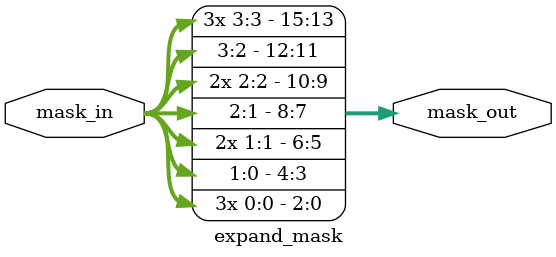
<source format=v>


`timescale 1ns / 1ps

module expand_mask
  #(
    parameter N = 4, //number of words
    parameter M = 4  //word width
    )
   (
    input [N-1:0]   mask_in,
    output [N*M-1:0]  mask_out
    );

   genvar                i;
   //generate masks
   generate 
      for (i=0; i<N; i=i+1) begin : m_loop
         assign mask_out[(i+1)*M-1 -: M] = {M{mask_in[i]}};
      end
   endgenerate
   
endmodule

</source>
